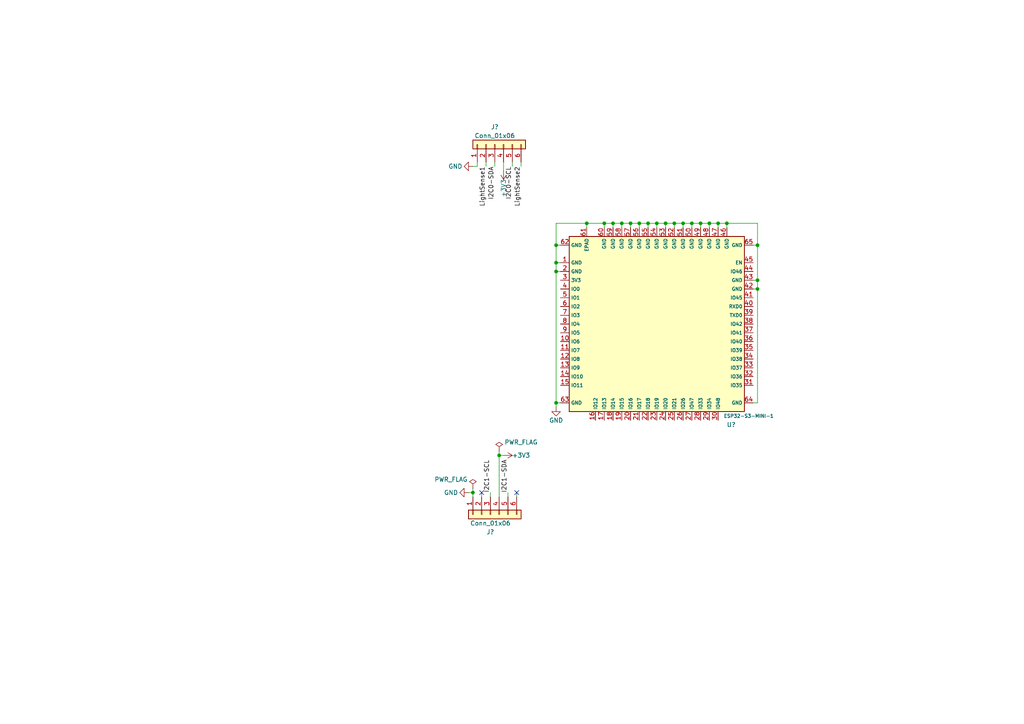
<source format=kicad_sch>
(kicad_sch (version 20211123) (generator eeschema)
  (paper "A4")
  (lib_symbols
    (symbol "CoE_IntegratedCircuit:ESP32-S3-MINI-1"
      (property "Reference" "U" (at 46.99 -46.99 0))
      (property "Value" "ESP32-S3-MINI-1" (at 52.07 -44.45 0))
      (symbol "ESP32-S3-MINI-1_0_1"
        (rectangle (start 0 7.62) (end 50.8 -43.18) (stroke (width 0.254)) (fill (type background)))
      )
      (symbol "ESP32-S3-MINI-1_1_1"
        (pin passive line (at -2.54 0 0) (length 2.54) (name "GND") (number "1"))
        (pin passive line (at -2.54 -22.86 0) (length 2.54) (name "IO6") (number "10"))
        (pin passive line (at -2.54 -25.4 0) (length 2.54) (name "IO7") (number "11"))
        (pin passive line (at -2.54 -27.94 0) (length 2.54) (name "IO8") (number "12"))
        (pin passive line (at -2.54 -30.48 0) (length 2.54) (name "IO9") (number "13"))
        (pin passive line (at -2.54 -33.02 0) (length 2.54) (name "IO10") (number "14"))
        (pin passive line (at -2.54 -35.56 0) (length 2.54) (name "IO11") (number "15"))
        (pin passive line (at 7.62 -45.72 90) (length 2.54) (name "IO12") (number "16"))
        (pin passive line (at 10.16 -45.72 90) (length 2.54) (name "IO13") (number "17"))
        (pin passive line (at 12.7 -45.72 90) (length 2.54) (name "IO14") (number "18"))
        (pin passive line (at 15.24 -45.72 90) (length 2.54) (name "IO15") (number "19"))
        (pin passive line (at -2.54 -2.54 0) (length 2.54) (name "GND") (number "2"))
        (pin passive line (at 17.78 -45.72 90) (length 2.54) (name "IO16") (number "20"))
        (pin passive line (at 20.32 -45.72 90) (length 2.54) (name "IO17") (number "21"))
        (pin passive line (at 22.86 -45.72 90) (length 2.54) (name "IO18") (number "22"))
        (pin passive line (at 25.4 -45.72 90) (length 2.54) (name "IO19") (number "23"))
        (pin passive line (at 27.94 -45.72 90) (length 2.54) (name "IO20") (number "24"))
        (pin passive line (at 30.48 -45.72 90) (length 2.54) (name "IO21") (number "25"))
        (pin passive line (at 33.02 -45.72 90) (length 2.54) (name "IO26") (number "26"))
        (pin passive line (at 35.56 -45.72 90) (length 2.54) (name "IO47") (number "27"))
        (pin passive line (at 38.1 -45.72 90) (length 2.54) (name "IO33") (number "28"))
        (pin passive line (at 40.64 -45.72 90) (length 2.54) (name "IO34") (number "29"))
        (pin passive line (at -2.54 -5.08 0) (length 2.54) (name "3V3") (number "3"))
        (pin passive line (at 43.18 -45.72 90) (length 2.54) (name "IO48") (number "30"))
        (pin passive line (at 53.34 -35.56 180) (length 2.54) (name "IO35") (number "31"))
        (pin passive line (at 53.34 -33.02 180) (length 2.54) (name "IO36") (number "32"))
        (pin passive line (at 53.34 -30.48 180) (length 2.54) (name "IO37") (number "33"))
        (pin passive line (at 53.34 -27.94 180) (length 2.54) (name "IO38") (number "34"))
        (pin passive line (at 53.34 -25.4 180) (length 2.54) (name "IO39") (number "35"))
        (pin passive line (at 53.34 -22.86 180) (length 2.54) (name "IO40") (number "36"))
        (pin passive line (at 53.34 -20.32 180) (length 2.54) (name "IO41") (number "37"))
        (pin passive line (at 53.34 -17.78 180) (length 2.54) (name "IO42") (number "38"))
        (pin passive line (at 53.34 -15.24 180) (length 2.54) (name "TXD0") (number "39"))
        (pin passive line (at -2.54 -7.62 0) (length 2.54) (name "IO0") (number "4"))
        (pin passive line (at 53.34 -12.7 180) (length 2.54) (name "RXD0") (number "40"))
        (pin passive line (at 53.34 -10.16 180) (length 2.54) (name "IO45") (number "41"))
        (pin passive line (at 53.34 -7.62 180) (length 2.54) (name "GND") (number "42"))
        (pin passive line (at 53.34 -5.08 180) (length 2.54) (name "GND") (number "43"))
        (pin passive line (at 53.34 -2.54 180) (length 2.54) (name "IO46") (number "44"))
        (pin passive line (at 53.34 0 180) (length 2.54) (name "EN") (number "45"))
        (pin passive line (at 45.72 10.16 270) (length 2.54) (name "GND") (number "46"))
        (pin passive line (at 43.18 10.16 270) (length 2.54) (name "GND") (number "47"))
        (pin passive line (at 40.64 10.16 270) (length 2.54) (name "GND") (number "48"))
        (pin passive line (at 38.1 10.16 270) (length 2.54) (name "GND") (number "49"))
        (pin passive line (at -2.54 -10.16 0) (length 2.54) (name "IO1") (number "5"))
        (pin passive line (at 35.56 10.16 270) (length 2.54) (name "GND") (number "50"))
        (pin passive line (at 33.02 10.16 270) (length 2.54) (name "GND") (number "51"))
        (pin passive line (at 30.48 10.16 270) (length 2.54) (name "GND") (number "52"))
        (pin passive line (at 27.94 10.16 270) (length 2.54) (name "GND") (number "53"))
        (pin passive line (at 25.4 10.16 270) (length 2.54) (name "GND") (number "54"))
        (pin passive line (at 22.86 10.16 270) (length 2.54) (name "GND") (number "55"))
        (pin passive line (at 20.32 10.16 270) (length 2.54) (name "GND") (number "56"))
        (pin passive line (at 17.78 10.16 270) (length 2.54) (name "GND") (number "57"))
        (pin passive line (at 15.24 10.16 270) (length 2.54) (name "GND") (number "58"))
        (pin passive line (at 12.7 10.16 270) (length 2.54) (name "GND") (number "59"))
        (pin passive line (at -2.54 -12.7 0) (length 2.54) (name "IO2") (number "6"))
        (pin passive line (at 10.16 10.16 270) (length 2.54) (name "GND") (number "60"))
        (pin passive line (at 5.08 10.16 270) (length 2.54) (name "EPAD") (number "61"))
        (pin passive line (at -2.54 5.08 0) (length 2.54) (name "GND") (number "62"))
        (pin passive line (at -2.54 -40.64 0) (length 2.54) (name "GND") (number "63"))
        (pin passive line (at 53.34 -40.64 180) (length 2.54) (name "GND") (number "64"))
        (pin passive line (at 53.34 5.08 180) (length 2.54) (name "GND") (number "65"))
        (pin passive line (at -2.54 -15.24 0) (length 2.54) (name "IO3") (number "7"))
        (pin passive line (at -2.54 -17.78 0) (length 2.54) (name "IO4") (number "8"))
        (pin passive line (at -2.54 -20.32 0) (length 2.54) (name "IO5") (number "9"))
      )
    )
    (symbol "Connector_Generic:Conn_01x06" (pin_names (offset 1.016) hide)
      (property "Reference" "J" (at 0 7.62 0))
      (property "Value" "Conn_01x06" (at 0 -10.16 0))
      (symbol "Conn_01x06_1_1"
        (rectangle (start -1.27 -7.493) (end 0 -7.747) (stroke (width 0.1524)))
        (rectangle (start -1.27 -4.953) (end 0 -5.207) (stroke (width 0.1524)))
        (rectangle (start -1.27 -2.413) (end 0 -2.667) (stroke (width 0.1524)))
        (rectangle (start -1.27 0.127) (end 0 -0.127) (stroke (width 0.1524)))
        (rectangle (start -1.27 2.667) (end 0 2.413) (stroke (width 0.1524)))
        (rectangle (start -1.27 5.207) (end 0 4.953) (stroke (width 0.1524)))
        (rectangle (start -1.27 6.35) (end 1.27 -8.89) (stroke (width 0.254)) (fill (type background)))
        (pin passive line (at -5.08 5.08 0) (length 3.81) (name "Pin_1") (number "1"))
        (pin passive line (at -5.08 2.54 0) (length 3.81) (name "Pin_2") (number "2"))
        (pin passive line (at -5.08 0 0) (length 3.81) (name "Pin_3") (number "3"))
        (pin passive line (at -5.08 -2.54 0) (length 3.81) (name "Pin_4") (number "4"))
        (pin passive line (at -5.08 -5.08 0) (length 3.81) (name "Pin_5") (number "5"))
        (pin passive line (at -5.08 -7.62 0) (length 3.81) (name "Pin_6") (number "6"))
      )
    )
    (symbol "power:+3V3" (power) (pin_names (offset 0))
      (property "Value" "+3V3" (at 0 3.556 0))
      (symbol "+3V3_0_1"
        (polyline (pts (xy -0.762 1.27) (xy 0 2.54)))
        (polyline (pts (xy 0 0) (xy 0 2.54)))
        (polyline (pts (xy 0 2.54) (xy 0.762 1.27)))
      )
      (symbol "+3V3_1_1"
        (pin power_in line (at 0 0 90) (length 0) hide (name "+3V3") (number "1"))
      )
    )
    (symbol "power:GND" (power) (pin_names (offset 0))
      (property "Value" "GND" (at 0 -3.81 0))
      (symbol "GND_0_1"
        (polyline (pts (xy 0 0) (xy 0 -1.27) (xy 1.27 -1.27) (xy 0 -2.54) (xy -1.27 -1.27) (xy 0 -1.27)))
      )
      (symbol "GND_1_1"
        (pin power_in line (at 0 0 270) (length 0) hide (name "GND") (number "1"))
      )
    )
    (symbol "power:PWR_FLAG" (power) (pin_numbers hide) (pin_names (offset 0) hide)
      (property "Value" "PWR_FLAG" (at 0 3.81 0))
      (symbol "PWR_FLAG_0_0"
        (pin power_out line (at 0 0 90) (length 0) (name "pwr") (number "1"))
      )
      (symbol "PWR_FLAG_0_1"
        (polyline (pts (xy 0 0) (xy 0 1.27) (xy -1.016 1.905) (xy 0 2.54) (xy 1.016 1.905) (xy 0 1.27)))
      )
    )
  )
  (junction (at 137.16 142.875))
  (junction (at 205.74 64.77))
  (junction (at 219.71 71.12))
  (junction (at 210.82 64.77))
  (junction (at 208.28 64.77))
  (junction (at 219.71 83.82))
  (junction (at 177.8 64.77))
  (junction (at 161.29 78.74))
  (junction (at 195.58 64.77))
  (junction (at 182.88 64.77))
  (junction (at 161.29 116.84))
  (junction (at 185.42 64.77))
  (junction (at 161.29 76.2))
  (junction (at 175.26 64.77))
  (junction (at 187.96 64.77))
  (junction (at 203.2 64.77))
  (junction (at 180.34 64.77))
  (junction (at 170.18 64.77))
  (junction (at 200.66 64.77))
  (junction (at 198.12 64.77))
  (junction (at 193.04 64.77))
  (junction (at 144.78 132.08))
  (junction (at 161.29 71.12))
  (junction (at 190.5 64.77))
  (junction (at 219.71 81.28))
  (no_connect (at 149.86 142.875))
  (no_connect (at 139.7 142.875))
  (wire (pts (xy 162.56 78.74) (xy 161.29 78.74)))
  (wire (pts (xy 195.58 64.77) (xy 195.58 66.04)))
  (wire (pts (xy 143.51 46.99) (xy 143.51 48.26)))
  (wire (pts (xy 193.04 64.77) (xy 195.58 64.77)))
  (wire (pts (xy 149.86 142.875) (xy 149.86 144.145)))
  (wire (pts (xy 219.71 116.84) (xy 218.44 116.84)))
  (wire (pts (xy 161.29 76.2) (xy 161.29 71.12)))
  (wire (pts (xy 175.26 64.77) (xy 177.8 64.77)))
  (wire (pts (xy 219.71 83.82) (xy 218.44 83.82)))
  (wire (pts (xy 144.78 132.08) (xy 146.05 132.08)))
  (wire (pts (xy 137.16 141.605) (xy 137.16 142.875)))
  (wire (pts (xy 219.71 71.12) (xy 219.71 81.28)))
  (wire (pts (xy 161.29 78.74) (xy 161.29 116.84)))
  (wire (pts (xy 142.24 144.145) (xy 142.24 142.875)))
  (wire (pts (xy 198.12 64.77) (xy 198.12 66.04)))
  (wire (pts (xy 146.05 46.99) (xy 146.05 49.53)))
  (wire (pts (xy 161.29 71.12) (xy 162.56 71.12)))
  (wire (pts (xy 208.28 64.77) (xy 208.28 66.04)))
  (wire (pts (xy 182.88 64.77) (xy 182.88 66.04)))
  (wire (pts (xy 200.66 64.77) (xy 200.66 66.04)))
  (wire (pts (xy 205.74 64.77) (xy 208.28 64.77)))
  (wire (pts (xy 175.26 64.77) (xy 175.26 66.04)))
  (wire (pts (xy 147.32 144.145) (xy 147.32 142.875)))
  (wire (pts (xy 137.16 144.145) (xy 137.16 142.875)))
  (wire (pts (xy 187.96 64.77) (xy 190.5 64.77)))
  (wire (pts (xy 170.18 64.77) (xy 175.26 64.77)))
  (wire (pts (xy 151.13 46.99) (xy 151.13 48.26)))
  (wire (pts (xy 203.2 64.77) (xy 203.2 66.04)))
  (wire (pts (xy 190.5 64.77) (xy 193.04 64.77)))
  (wire (pts (xy 180.34 64.77) (xy 180.34 66.04)))
  (wire (pts (xy 182.88 64.77) (xy 185.42 64.77)))
  (wire (pts (xy 161.29 78.74) (xy 161.29 76.2)))
  (wire (pts (xy 170.18 64.77) (xy 170.18 66.04)))
  (wire (pts (xy 161.29 76.2) (xy 162.56 76.2)))
  (wire (pts (xy 161.29 116.84) (xy 161.29 118.11)))
  (wire (pts (xy 195.58 64.77) (xy 198.12 64.77)))
  (wire (pts (xy 219.71 71.12) (xy 218.44 71.12)))
  (wire (pts (xy 219.71 81.28) (xy 218.44 81.28)))
  (wire (pts (xy 140.97 46.99) (xy 140.97 48.26)))
  (wire (pts (xy 177.8 64.77) (xy 180.34 64.77)))
  (wire (pts (xy 185.42 64.77) (xy 185.42 66.04)))
  (wire (pts (xy 210.82 64.77) (xy 210.82 66.04)))
  (wire (pts (xy 219.71 64.77) (xy 219.71 71.12)))
  (wire (pts (xy 148.59 46.99) (xy 148.59 48.26)))
  (wire (pts (xy 180.34 64.77) (xy 182.88 64.77)))
  (wire (pts (xy 138.43 46.99) (xy 138.43 48.26)))
  (wire (pts (xy 135.89 142.875) (xy 137.16 142.875)))
  (wire (pts (xy 208.28 64.77) (xy 210.82 64.77)))
  (wire (pts (xy 144.78 132.08) (xy 144.78 144.145)))
  (wire (pts (xy 210.82 64.77) (xy 219.71 64.77)))
  (wire (pts (xy 144.78 130.81) (xy 144.78 132.08)))
  (wire (pts (xy 205.74 64.77) (xy 205.74 66.04)))
  (wire (pts (xy 190.5 64.77) (xy 190.5 66.04)))
  (wire (pts (xy 161.29 71.12) (xy 161.29 64.77)))
  (wire (pts (xy 177.8 64.77) (xy 177.8 66.04)))
  (wire (pts (xy 198.12 64.77) (xy 200.66 64.77)))
  (wire (pts (xy 219.71 83.82) (xy 219.71 116.84)))
  (wire (pts (xy 161.29 116.84) (xy 162.56 116.84)))
  (wire (pts (xy 193.04 64.77) (xy 193.04 66.04)))
  (wire (pts (xy 200.66 64.77) (xy 203.2 64.77)))
  (wire (pts (xy 139.7 142.875) (xy 139.7 144.145)))
  (wire (pts (xy 203.2 64.77) (xy 205.74 64.77)))
  (wire (pts (xy 137.16 48.26) (xy 138.43 48.26)))
  (wire (pts (xy 185.42 64.77) (xy 187.96 64.77)))
  (wire (pts (xy 161.29 64.77) (xy 170.18 64.77)))
  (wire (pts (xy 219.71 81.28) (xy 219.71 83.82)))
  (wire (pts (xy 187.96 64.77) (xy 187.96 66.04)))
  (label "LightSense2" (at 151.13 48.26 270))
  (label "I2C0-SDA" (at 143.51 48.26 270))
  (label "LightSense1" (at 140.97 48.26 270))
  (label "I2C0-SCL" (at 148.59 48.26 270))
  (label "I2C1-SCL" (at 142.24 142.875 90))
  (label "I2C1-SDA" (at 147.32 142.875 90))
  (symbol (lib_id "CoE_IntegratedCircuit:ESP32-S3-MINI-1") (at 165.1 76.2 0) (unit 1)
    (property "Reference" "U?" (at 212.09 123.19 0))
    (property "Value" "ESP32-S3-MINI-1" (at 217.17 120.65 0) (effects (font (size 0.9906 0.9906))))
    (property "Datasheet" "https://nl.mouser.com/datasheet/2/891/esp32_s3_mini_1_mini_1u_datasheet_en-2997643.pdf" (effects hide))
    (property "JLCPCB Part #" "C2913206" (effects hide))
    (property "Manufacturer Part #" "ESP32-S3-MINI-1-N8" (effects hide))
  )
  (symbol (lib_id "power:GND") (at 161.29 118.11 0) (mirror y) (unit 1)
    (property "Reference" "#PWR?" (effects hide))
    (property "Value" "GND" (at 161.29 121.92 0))
  )
  (symbol (lib_id "power:PWR_FLAG") (at 137.16 141.605 0) (unit 1)
    (property "Reference" "#FLG?" (effects hide))
    (property "Value" "PWR_FLAG" (at 130.81 139.065 0))
  )
  (symbol (lib_id "power:PWR_FLAG") (at 144.78 130.81 0) (unit 1)
    (property "Reference" "#FLG?" (effects hide))
    (property "Value" "PWR_FLAG" (at 151.13 128.27 0))
  )
  (symbol (lib_id "power:+3V3") (at 146.05 132.08 270) (mirror x) (unit 1)
    (property "Reference" "#PWR?" (effects hide))
    (property "Value" "+3V3" (at 151.13 132.08 90))
  )
  (symbol (lib_id "power:GND") (at 135.89 142.875 270) (mirror x) (unit 1)
    (property "Reference" "#PWR?" (effects hide))
    (property "Value" "GND" (at 130.81 142.875 90))
  )
  (symbol (lib_id "Connector_Generic:Conn_01x06") (at 143.51 41.91 90) (unit 1)
    (property "Reference" "J?" (at 143.51 36.83 90))
    (property "Value" "Conn_01x06" (at 143.51 39.37 90))
    (property "Footprint" "Connector_PinHeader_2.00mm:PinHeader_1x06_P2.00mm_Vertical_SMD_Pin1Left" (effects hide))
  )
  (symbol (lib_id "power:GND") (at 137.16 48.26 270) (unit 1)
    (property "Reference" "#PWR?" (effects hide))
    (property "Value" "GND" (at 132.08 48.26 90))
  )
  (symbol (lib_id "power:+3V3") (at 146.05 49.53 180) (unit 1)
    (property "Reference" "#PWR?" (effects hide))
    (property "Value" "+3V3" (at 146.05 54.61 90))
  )
  (symbol (lib_id "Connector_Generic:Conn_01x06") (at 142.24 149.225 90) (mirror x) (unit 1)
    (property "Reference" "J?" (at 142.24 154.305 90))
    (property "Value" "Conn_01x06" (at 142.24 151.765 90))
    (property "Footprint" "Connector_PinHeader_2.00mm:PinHeader_1x06_P2.00mm_Vertical_SMD_Pin1Left" (effects hide))
  )
)
</source>
